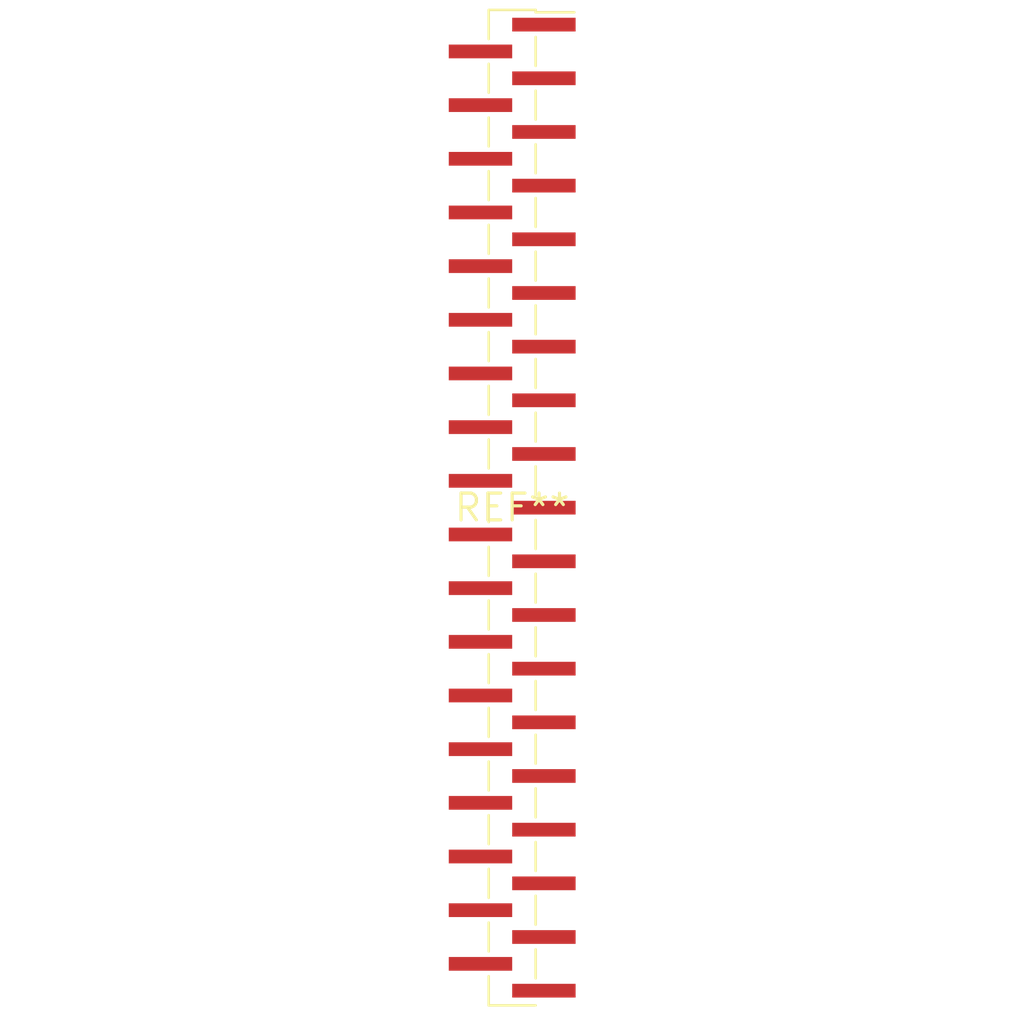
<source format=kicad_pcb>
(kicad_pcb (version 20240108) (generator pcbnew)
  (layers (0 "F.Cu" signal) (31 "B.Cu" signal) (34 "B.Paste" user) (35 "F.Paste" user) (36 "B.SilkS" user "B.Silkscreen") (37 "F.SilkS" user "F.Silkscreen") (38 "B.Mask" user) (39 "F.Mask" user) (44 "Edge.Cuts" user))
  (net 0 "")
  (footprint "PinHeader_1x37_P1.27mm_Vertical_SMD_Pin1Right" (layer "F.Cu") (at 0 0)
    (property "Reference" "REF**")
    (property "Value" "PinHeader_1x37_P1.27mm_Vertical_SMD_Pin1Right")
    (fp_line (start -1.11 -23.555) (end 1.11 -23.555) (layer "F.SilkS") (stroke (width 0.12)))
    (fp_line (start -1.11 -23.545) (end -1.11 -22.175) (layer "F.SilkS") (stroke (width 0.12)))
    (fp_line (start -1.11 -21.005) (end -1.11 -19.635) (layer "F.SilkS") (stroke (width 0.12)))
    (fp_line (start -1.11 -18.465) (end -1.11 -17.095) (layer "F.SilkS") (stroke (width 0.12)))
    (fp_line (start -1.11 -15.925) (end -1.11 -14.555) (layer "F.SilkS") (stroke (width 0.12)))
    (fp_line (start -1.11 -13.385) (end -1.11 -12.015) (layer "F.SilkS") (stroke (width 0.12)))
    (fp_line (start -1.11 -10.845) (end -1.11 -9.475) (layer "F.SilkS") (stroke (width 0.12)))
    (fp_line (start -1.11 -8.305) (end -1.11 -6.935) (layer "F.SilkS") (stroke (width 0.12)))
    (fp_line (start -1.11 -5.765) (end -1.11 -4.395) (layer "F.SilkS") (stroke (width 0.12)))
    (fp_line (start -1.11 -3.225) (end -1.11 -1.855) (layer "F.SilkS") (stroke (width 0.12)))
    (fp_line (start -1.11 -0.685) (end -1.11 0.685) (layer "F.SilkS") (stroke (width 0.12)))
    (fp_line (start -1.11 1.855) (end -1.11 3.225) (layer "F.SilkS") (stroke (width 0.12)))
    (fp_line (start -1.11 4.395) (end -1.11 5.765) (layer "F.SilkS") (stroke (width 0.12)))
    (fp_line (start -1.11 6.935) (end -1.11 8.305) (layer "F.SilkS") (stroke (width 0.12)))
    (fp_line (start -1.11 9.475) (end -1.11 10.845) (layer "F.SilkS") (stroke (width 0.12)))
    (fp_line (start -1.11 12.015) (end -1.11 13.385) (layer "F.SilkS") (stroke (width 0.12)))
    (fp_line (start -1.11 14.555) (end -1.11 15.925) (layer "F.SilkS") (stroke (width 0.12)))
    (fp_line (start -1.11 17.095) (end -1.11 18.465) (layer "F.SilkS") (stroke (width 0.12)))
    (fp_line (start -1.11 19.635) (end -1.11 21.005) (layer "F.SilkS") (stroke (width 0.12)))
    (fp_line (start -1.11 22.175) (end -1.11 23.545) (layer "F.SilkS") (stroke (width 0.12)))
    (fp_line (start -1.11 23.445) (end -1.11 23.555) (layer "F.SilkS") (stroke (width 0.12)))
    (fp_line (start -1.11 23.555) (end 1.11 23.555) (layer "F.SilkS") (stroke (width 0.12)))
    (fp_line (start 1.11 -23.555) (end 1.11 -23.445) (layer "F.SilkS") (stroke (width 0.12)))
    (fp_line (start 1.11 -23.445) (end 2.94 -23.445) (layer "F.SilkS") (stroke (width 0.12)))
    (fp_line (start 1.11 -22.275) (end 1.11 -20.905) (layer "F.SilkS") (stroke (width 0.12)))
    (fp_line (start 1.11 -19.735) (end 1.11 -18.365) (layer "F.SilkS") (stroke (width 0.12)))
    (fp_line (start 1.11 -17.195) (end 1.11 -15.825) (layer "F.SilkS") (stroke (width 0.12)))
    (fp_line (start 1.11 -14.655) (end 1.11 -13.285) (layer "F.SilkS") (stroke (width 0.12)))
    (fp_line (start 1.11 -12.115) (end 1.11 -10.745) (layer "F.SilkS") (stroke (width 0.12)))
    (fp_line (start 1.11 -9.575) (end 1.11 -8.205) (layer "F.SilkS") (stroke (width 0.12)))
    (fp_line (start 1.11 -7.035) (end 1.11 -5.665) (layer "F.SilkS") (stroke (width 0.12)))
    (fp_line (start 1.11 -4.495) (end 1.11 -3.125) (layer "F.SilkS") (stroke (width 0.12)))
    (fp_line (start 1.11 -1.955) (end 1.11 -0.585) (layer "F.SilkS") (stroke (width 0.12)))
    (fp_line (start 1.11 0.585) (end 1.11 1.955) (layer "F.SilkS") (stroke (width 0.12)))
    (fp_line (start 1.11 3.125) (end 1.11 4.495) (layer "F.SilkS") (stroke (width 0.12)))
    (fp_line (start 1.11 5.665) (end 1.11 7.035) (layer "F.SilkS") (stroke (width 0.12)))
    (fp_line (start 1.11 8.205) (end 1.11 9.575) (layer "F.SilkS") (stroke (width 0.12)))
    (fp_line (start 1.11 10.745) (end 1.11 12.115) (layer "F.SilkS") (stroke (width 0.12)))
    (fp_line (start 1.11 13.285) (end 1.11 14.655) (layer "F.SilkS") (stroke (width 0.12)))
    (fp_line (start 1.11 15.825) (end 1.11 17.195) (layer "F.SilkS") (stroke (width 0.12)))
    (fp_line (start 1.11 18.365) (end 1.11 19.735) (layer "F.SilkS") (stroke (width 0.12)))
    (fp_line (start 1.11 20.905) (end 1.11 22.275) (layer "F.SilkS") (stroke (width 0.12)))
    (pad "1" smd rect (at 1.5 -22.86) (size 3 0.65) (layers "F.Cu" "F.Paste" "F.Mask"))
    (pad "2" smd rect (at -1.5 -21.59) (size 3 0.65) (layers "F.Cu" "F.Paste" "F.Mask"))
    (pad "3" smd rect (at 1.5 -20.32) (size 3 0.65) (layers "F.Cu" "F.Paste" "F.Mask"))
    (pad "4" smd rect (at -1.5 -19.05) (size 3 0.65) (layers "F.Cu" "F.Paste" "F.Mask"))
    (pad "5" smd rect (at 1.5 -17.78) (size 3 0.65) (layers "F.Cu" "F.Paste" "F.Mask"))
    (pad "6" smd rect (at -1.5 -16.51) (size 3 0.65) (layers "F.Cu" "F.Paste" "F.Mask"))
    (pad "7" smd rect (at 1.5 -15.24) (size 3 0.65) (layers "F.Cu" "F.Paste" "F.Mask"))
    (pad "8" smd rect (at -1.5 -13.97) (size 3 0.65) (layers "F.Cu" "F.Paste" "F.Mask"))
    (pad "9" smd rect (at 1.5 -12.7) (size 3 0.65) (layers "F.Cu" "F.Paste" "F.Mask"))
    (pad "10" smd rect (at -1.5 -11.43) (size 3 0.65) (layers "F.Cu" "F.Paste" "F.Mask"))
    (pad "11" smd rect (at 1.5 -10.16) (size 3 0.65) (layers "F.Cu" "F.Paste" "F.Mask"))
    (pad "12" smd rect (at -1.5 -8.89) (size 3 0.65) (layers "F.Cu" "F.Paste" "F.Mask"))
    (pad "13" smd rect (at 1.5 -7.62) (size 3 0.65) (layers "F.Cu" "F.Paste" "F.Mask"))
    (pad "14" smd rect (at -1.5 -6.35) (size 3 0.65) (layers "F.Cu" "F.Paste" "F.Mask"))
    (pad "15" smd rect (at 1.5 -5.08) (size 3 0.65) (layers "F.Cu" "F.Paste" "F.Mask"))
    (pad "16" smd rect (at -1.5 -3.81) (size 3 0.65) (layers "F.Cu" "F.Paste" "F.Mask"))
    (pad "17" smd rect (at 1.5 -2.54) (size 3 0.65) (layers "F.Cu" "F.Paste" "F.Mask"))
    (pad "18" smd rect (at -1.5 -1.27) (size 3 0.65) (layers "F.Cu" "F.Paste" "F.Mask"))
    (pad "19" smd rect (at 1.5 0) (size 3 0.65) (layers "F.Cu" "F.Paste" "F.Mask"))
    (pad "20" smd rect (at -1.5 1.27) (size 3 0.65) (layers "F.Cu" "F.Paste" "F.Mask"))
    (pad "21" smd rect (at 1.5 2.54) (size 3 0.65) (layers "F.Cu" "F.Paste" "F.Mask"))
    (pad "22" smd rect (at -1.5 3.81) (size 3 0.65) (layers "F.Cu" "F.Paste" "F.Mask"))
    (pad "23" smd rect (at 1.5 5.08) (size 3 0.65) (layers "F.Cu" "F.Paste" "F.Mask"))
    (pad "24" smd rect (at -1.5 6.35) (size 3 0.65) (layers "F.Cu" "F.Paste" "F.Mask"))
    (pad "25" smd rect (at 1.5 7.62) (size 3 0.65) (layers "F.Cu" "F.Paste" "F.Mask"))
    (pad "26" smd rect (at -1.5 8.89) (size 3 0.65) (layers "F.Cu" "F.Paste" "F.Mask"))
    (pad "27" smd rect (at 1.5 10.16) (size 3 0.65) (layers "F.Cu" "F.Paste" "F.Mask"))
    (pad "28" smd rect (at -1.5 11.43) (size 3 0.65) (layers "F.Cu" "F.Paste" "F.Mask"))
    (pad "29" smd rect (at 1.5 12.7) (size 3 0.65) (layers "F.Cu" "F.Paste" "F.Mask"))
    (pad "30" smd rect (at -1.5 13.97) (size 3 0.65) (layers "F.Cu" "F.Paste" "F.Mask"))
    (pad "31" smd rect (at 1.5 15.24) (size 3 0.65) (layers "F.Cu" "F.Paste" "F.Mask"))
    (pad "32" smd rect (at -1.5 16.51) (size 3 0.65) (layers "F.Cu" "F.Paste" "F.Mask"))
    (pad "33" smd rect (at 1.5 17.78) (size 3 0.65) (layers "F.Cu" "F.Paste" "F.Mask"))
    (pad "34" smd rect (at -1.5 19.05) (size 3 0.65) (layers "F.Cu" "F.Paste" "F.Mask"))
    (pad "35" smd rect (at 1.5 20.32) (size 3 0.65) (layers "F.Cu" "F.Paste" "F.Mask"))
    (pad "36" smd rect (at -1.5 21.59) (size 3 0.65) (layers "F.Cu" "F.Paste" "F.Mask"))
    (pad "37" smd rect (at 1.5 22.86) (size 3 0.65) (layers "F.Cu" "F.Paste" "F.Mask"))
  )
)
</source>
